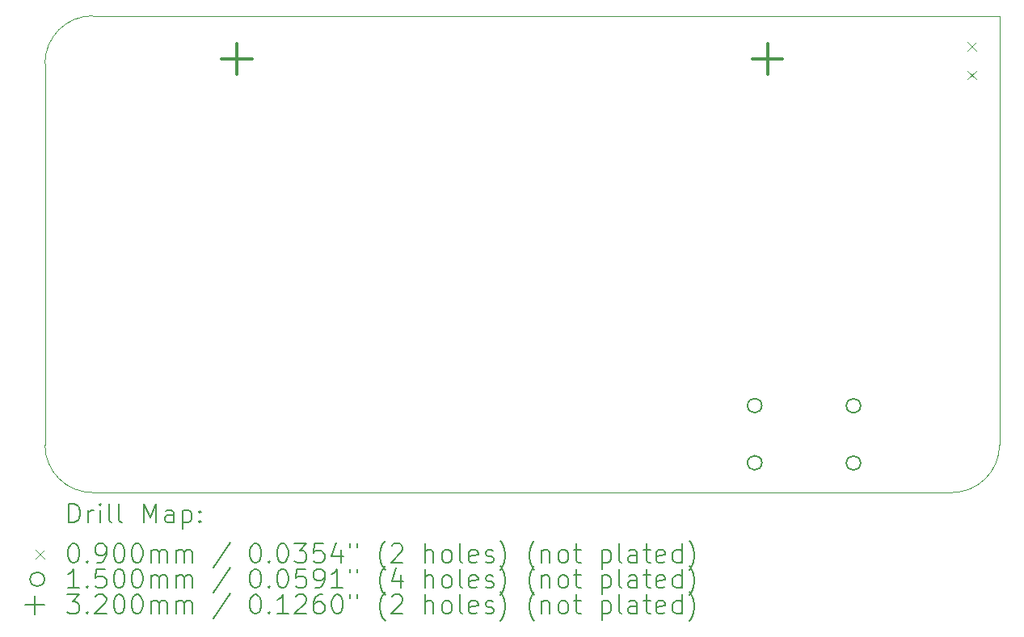
<source format=gbr>
%TF.GenerationSoftware,KiCad,Pcbnew,6.0.7+dfsg-1~bpo11+1*%
%TF.ProjectId,wiscale,77697363-616c-4652-9e6b-696361645f70,1.0*%
%TF.SameCoordinates,Original*%
%TF.FileFunction,Drillmap*%
%TF.FilePolarity,Positive*%
%FSLAX45Y45*%
G04 Gerber Fmt 4.5, Leading zero omitted, Abs format (unit mm)*
%MOMM*%
%LPD*%
G01*
G04 APERTURE LIST*
%ADD10C,0.100000*%
%ADD11C,0.200000*%
%ADD12C,0.090000*%
%ADD13C,0.150000*%
%ADD14C,0.320000*%
G04 APERTURE END LIST*
D10*
X19992000Y-6550000D02*
X19992000Y-11050000D01*
X9992000Y-11050000D02*
X9992000Y-7050000D01*
X19492000Y-11550000D02*
X10492000Y-11550000D01*
X10492000Y-6550000D02*
G75*
G03*
X9992000Y-7050000I0J-500000D01*
G01*
X10492000Y-6550000D02*
X19992000Y-6550000D01*
X19492000Y-11550000D02*
G75*
G03*
X19992000Y-11050000I0J500000D01*
G01*
X9992000Y-11050000D02*
G75*
G03*
X10492000Y-11550000I500000J0D01*
G01*
D11*
D12*
X19656500Y-6826500D02*
X19746500Y-6916500D01*
X19746500Y-6826500D02*
X19656500Y-6916500D01*
X19656500Y-7126500D02*
X19746500Y-7216500D01*
X19746500Y-7126500D02*
X19656500Y-7216500D01*
D13*
X17502661Y-10637571D02*
G75*
G03*
X17502661Y-10637571I-75000J0D01*
G01*
X17502661Y-11237571D02*
G75*
G03*
X17502661Y-11237571I-75000J0D01*
G01*
X18537250Y-10640071D02*
G75*
G03*
X18537250Y-10640071I-75000J0D01*
G01*
X18537250Y-11240071D02*
G75*
G03*
X18537250Y-11240071I-75000J0D01*
G01*
D14*
X12000000Y-6840000D02*
X12000000Y-7160000D01*
X11840000Y-7000000D02*
X12160000Y-7000000D01*
X17561000Y-6840000D02*
X17561000Y-7160000D01*
X17401000Y-7000000D02*
X17721000Y-7000000D01*
D11*
X10244619Y-11865476D02*
X10244619Y-11665476D01*
X10292238Y-11665476D01*
X10320810Y-11675000D01*
X10339857Y-11694048D01*
X10349381Y-11713095D01*
X10358905Y-11751190D01*
X10358905Y-11779762D01*
X10349381Y-11817857D01*
X10339857Y-11836905D01*
X10320810Y-11855952D01*
X10292238Y-11865476D01*
X10244619Y-11865476D01*
X10444619Y-11865476D02*
X10444619Y-11732143D01*
X10444619Y-11770238D02*
X10454143Y-11751190D01*
X10463667Y-11741667D01*
X10482714Y-11732143D01*
X10501762Y-11732143D01*
X10568429Y-11865476D02*
X10568429Y-11732143D01*
X10568429Y-11665476D02*
X10558905Y-11675000D01*
X10568429Y-11684524D01*
X10577952Y-11675000D01*
X10568429Y-11665476D01*
X10568429Y-11684524D01*
X10692238Y-11865476D02*
X10673190Y-11855952D01*
X10663667Y-11836905D01*
X10663667Y-11665476D01*
X10797000Y-11865476D02*
X10777952Y-11855952D01*
X10768429Y-11836905D01*
X10768429Y-11665476D01*
X11025571Y-11865476D02*
X11025571Y-11665476D01*
X11092238Y-11808333D01*
X11158905Y-11665476D01*
X11158905Y-11865476D01*
X11339857Y-11865476D02*
X11339857Y-11760714D01*
X11330333Y-11741667D01*
X11311286Y-11732143D01*
X11273190Y-11732143D01*
X11254143Y-11741667D01*
X11339857Y-11855952D02*
X11320809Y-11865476D01*
X11273190Y-11865476D01*
X11254143Y-11855952D01*
X11244619Y-11836905D01*
X11244619Y-11817857D01*
X11254143Y-11798809D01*
X11273190Y-11789286D01*
X11320809Y-11789286D01*
X11339857Y-11779762D01*
X11435095Y-11732143D02*
X11435095Y-11932143D01*
X11435095Y-11741667D02*
X11454143Y-11732143D01*
X11492238Y-11732143D01*
X11511286Y-11741667D01*
X11520809Y-11751190D01*
X11530333Y-11770238D01*
X11530333Y-11827381D01*
X11520809Y-11846428D01*
X11511286Y-11855952D01*
X11492238Y-11865476D01*
X11454143Y-11865476D01*
X11435095Y-11855952D01*
X11616048Y-11846428D02*
X11625571Y-11855952D01*
X11616048Y-11865476D01*
X11606524Y-11855952D01*
X11616048Y-11846428D01*
X11616048Y-11865476D01*
X11616048Y-11741667D02*
X11625571Y-11751190D01*
X11616048Y-11760714D01*
X11606524Y-11751190D01*
X11616048Y-11741667D01*
X11616048Y-11760714D01*
D12*
X9897000Y-12150000D02*
X9987000Y-12240000D01*
X9987000Y-12150000D02*
X9897000Y-12240000D01*
D11*
X10282714Y-12085476D02*
X10301762Y-12085476D01*
X10320810Y-12095000D01*
X10330333Y-12104524D01*
X10339857Y-12123571D01*
X10349381Y-12161667D01*
X10349381Y-12209286D01*
X10339857Y-12247381D01*
X10330333Y-12266428D01*
X10320810Y-12275952D01*
X10301762Y-12285476D01*
X10282714Y-12285476D01*
X10263667Y-12275952D01*
X10254143Y-12266428D01*
X10244619Y-12247381D01*
X10235095Y-12209286D01*
X10235095Y-12161667D01*
X10244619Y-12123571D01*
X10254143Y-12104524D01*
X10263667Y-12095000D01*
X10282714Y-12085476D01*
X10435095Y-12266428D02*
X10444619Y-12275952D01*
X10435095Y-12285476D01*
X10425571Y-12275952D01*
X10435095Y-12266428D01*
X10435095Y-12285476D01*
X10539857Y-12285476D02*
X10577952Y-12285476D01*
X10597000Y-12275952D01*
X10606524Y-12266428D01*
X10625571Y-12237857D01*
X10635095Y-12199762D01*
X10635095Y-12123571D01*
X10625571Y-12104524D01*
X10616048Y-12095000D01*
X10597000Y-12085476D01*
X10558905Y-12085476D01*
X10539857Y-12095000D01*
X10530333Y-12104524D01*
X10520810Y-12123571D01*
X10520810Y-12171190D01*
X10530333Y-12190238D01*
X10539857Y-12199762D01*
X10558905Y-12209286D01*
X10597000Y-12209286D01*
X10616048Y-12199762D01*
X10625571Y-12190238D01*
X10635095Y-12171190D01*
X10758905Y-12085476D02*
X10777952Y-12085476D01*
X10797000Y-12095000D01*
X10806524Y-12104524D01*
X10816048Y-12123571D01*
X10825571Y-12161667D01*
X10825571Y-12209286D01*
X10816048Y-12247381D01*
X10806524Y-12266428D01*
X10797000Y-12275952D01*
X10777952Y-12285476D01*
X10758905Y-12285476D01*
X10739857Y-12275952D01*
X10730333Y-12266428D01*
X10720810Y-12247381D01*
X10711286Y-12209286D01*
X10711286Y-12161667D01*
X10720810Y-12123571D01*
X10730333Y-12104524D01*
X10739857Y-12095000D01*
X10758905Y-12085476D01*
X10949381Y-12085476D02*
X10968429Y-12085476D01*
X10987476Y-12095000D01*
X10997000Y-12104524D01*
X11006524Y-12123571D01*
X11016048Y-12161667D01*
X11016048Y-12209286D01*
X11006524Y-12247381D01*
X10997000Y-12266428D01*
X10987476Y-12275952D01*
X10968429Y-12285476D01*
X10949381Y-12285476D01*
X10930333Y-12275952D01*
X10920810Y-12266428D01*
X10911286Y-12247381D01*
X10901762Y-12209286D01*
X10901762Y-12161667D01*
X10911286Y-12123571D01*
X10920810Y-12104524D01*
X10930333Y-12095000D01*
X10949381Y-12085476D01*
X11101762Y-12285476D02*
X11101762Y-12152143D01*
X11101762Y-12171190D02*
X11111286Y-12161667D01*
X11130333Y-12152143D01*
X11158905Y-12152143D01*
X11177952Y-12161667D01*
X11187476Y-12180714D01*
X11187476Y-12285476D01*
X11187476Y-12180714D02*
X11197000Y-12161667D01*
X11216048Y-12152143D01*
X11244619Y-12152143D01*
X11263667Y-12161667D01*
X11273190Y-12180714D01*
X11273190Y-12285476D01*
X11368428Y-12285476D02*
X11368428Y-12152143D01*
X11368428Y-12171190D02*
X11377952Y-12161667D01*
X11397000Y-12152143D01*
X11425571Y-12152143D01*
X11444619Y-12161667D01*
X11454143Y-12180714D01*
X11454143Y-12285476D01*
X11454143Y-12180714D02*
X11463667Y-12161667D01*
X11482714Y-12152143D01*
X11511286Y-12152143D01*
X11530333Y-12161667D01*
X11539857Y-12180714D01*
X11539857Y-12285476D01*
X11930333Y-12075952D02*
X11758905Y-12333095D01*
X12187476Y-12085476D02*
X12206524Y-12085476D01*
X12225571Y-12095000D01*
X12235095Y-12104524D01*
X12244619Y-12123571D01*
X12254143Y-12161667D01*
X12254143Y-12209286D01*
X12244619Y-12247381D01*
X12235095Y-12266428D01*
X12225571Y-12275952D01*
X12206524Y-12285476D01*
X12187476Y-12285476D01*
X12168428Y-12275952D01*
X12158905Y-12266428D01*
X12149381Y-12247381D01*
X12139857Y-12209286D01*
X12139857Y-12161667D01*
X12149381Y-12123571D01*
X12158905Y-12104524D01*
X12168428Y-12095000D01*
X12187476Y-12085476D01*
X12339857Y-12266428D02*
X12349381Y-12275952D01*
X12339857Y-12285476D01*
X12330333Y-12275952D01*
X12339857Y-12266428D01*
X12339857Y-12285476D01*
X12473190Y-12085476D02*
X12492238Y-12085476D01*
X12511286Y-12095000D01*
X12520809Y-12104524D01*
X12530333Y-12123571D01*
X12539857Y-12161667D01*
X12539857Y-12209286D01*
X12530333Y-12247381D01*
X12520809Y-12266428D01*
X12511286Y-12275952D01*
X12492238Y-12285476D01*
X12473190Y-12285476D01*
X12454143Y-12275952D01*
X12444619Y-12266428D01*
X12435095Y-12247381D01*
X12425571Y-12209286D01*
X12425571Y-12161667D01*
X12435095Y-12123571D01*
X12444619Y-12104524D01*
X12454143Y-12095000D01*
X12473190Y-12085476D01*
X12606524Y-12085476D02*
X12730333Y-12085476D01*
X12663667Y-12161667D01*
X12692238Y-12161667D01*
X12711286Y-12171190D01*
X12720809Y-12180714D01*
X12730333Y-12199762D01*
X12730333Y-12247381D01*
X12720809Y-12266428D01*
X12711286Y-12275952D01*
X12692238Y-12285476D01*
X12635095Y-12285476D01*
X12616048Y-12275952D01*
X12606524Y-12266428D01*
X12911286Y-12085476D02*
X12816048Y-12085476D01*
X12806524Y-12180714D01*
X12816048Y-12171190D01*
X12835095Y-12161667D01*
X12882714Y-12161667D01*
X12901762Y-12171190D01*
X12911286Y-12180714D01*
X12920809Y-12199762D01*
X12920809Y-12247381D01*
X12911286Y-12266428D01*
X12901762Y-12275952D01*
X12882714Y-12285476D01*
X12835095Y-12285476D01*
X12816048Y-12275952D01*
X12806524Y-12266428D01*
X13092238Y-12152143D02*
X13092238Y-12285476D01*
X13044619Y-12075952D02*
X12997000Y-12218809D01*
X13120809Y-12218809D01*
X13187476Y-12085476D02*
X13187476Y-12123571D01*
X13263667Y-12085476D02*
X13263667Y-12123571D01*
X13558905Y-12361667D02*
X13549381Y-12352143D01*
X13530333Y-12323571D01*
X13520809Y-12304524D01*
X13511286Y-12275952D01*
X13501762Y-12228333D01*
X13501762Y-12190238D01*
X13511286Y-12142619D01*
X13520809Y-12114048D01*
X13530333Y-12095000D01*
X13549381Y-12066428D01*
X13558905Y-12056905D01*
X13625571Y-12104524D02*
X13635095Y-12095000D01*
X13654143Y-12085476D01*
X13701762Y-12085476D01*
X13720809Y-12095000D01*
X13730333Y-12104524D01*
X13739857Y-12123571D01*
X13739857Y-12142619D01*
X13730333Y-12171190D01*
X13616048Y-12285476D01*
X13739857Y-12285476D01*
X13977952Y-12285476D02*
X13977952Y-12085476D01*
X14063667Y-12285476D02*
X14063667Y-12180714D01*
X14054143Y-12161667D01*
X14035095Y-12152143D01*
X14006524Y-12152143D01*
X13987476Y-12161667D01*
X13977952Y-12171190D01*
X14187476Y-12285476D02*
X14168428Y-12275952D01*
X14158905Y-12266428D01*
X14149381Y-12247381D01*
X14149381Y-12190238D01*
X14158905Y-12171190D01*
X14168428Y-12161667D01*
X14187476Y-12152143D01*
X14216048Y-12152143D01*
X14235095Y-12161667D01*
X14244619Y-12171190D01*
X14254143Y-12190238D01*
X14254143Y-12247381D01*
X14244619Y-12266428D01*
X14235095Y-12275952D01*
X14216048Y-12285476D01*
X14187476Y-12285476D01*
X14368428Y-12285476D02*
X14349381Y-12275952D01*
X14339857Y-12256905D01*
X14339857Y-12085476D01*
X14520809Y-12275952D02*
X14501762Y-12285476D01*
X14463667Y-12285476D01*
X14444619Y-12275952D01*
X14435095Y-12256905D01*
X14435095Y-12180714D01*
X14444619Y-12161667D01*
X14463667Y-12152143D01*
X14501762Y-12152143D01*
X14520809Y-12161667D01*
X14530333Y-12180714D01*
X14530333Y-12199762D01*
X14435095Y-12218809D01*
X14606524Y-12275952D02*
X14625571Y-12285476D01*
X14663667Y-12285476D01*
X14682714Y-12275952D01*
X14692238Y-12256905D01*
X14692238Y-12247381D01*
X14682714Y-12228333D01*
X14663667Y-12218809D01*
X14635095Y-12218809D01*
X14616048Y-12209286D01*
X14606524Y-12190238D01*
X14606524Y-12180714D01*
X14616048Y-12161667D01*
X14635095Y-12152143D01*
X14663667Y-12152143D01*
X14682714Y-12161667D01*
X14758905Y-12361667D02*
X14768428Y-12352143D01*
X14787476Y-12323571D01*
X14797000Y-12304524D01*
X14806524Y-12275952D01*
X14816048Y-12228333D01*
X14816048Y-12190238D01*
X14806524Y-12142619D01*
X14797000Y-12114048D01*
X14787476Y-12095000D01*
X14768428Y-12066428D01*
X14758905Y-12056905D01*
X15120809Y-12361667D02*
X15111286Y-12352143D01*
X15092238Y-12323571D01*
X15082714Y-12304524D01*
X15073190Y-12275952D01*
X15063667Y-12228333D01*
X15063667Y-12190238D01*
X15073190Y-12142619D01*
X15082714Y-12114048D01*
X15092238Y-12095000D01*
X15111286Y-12066428D01*
X15120809Y-12056905D01*
X15197000Y-12152143D02*
X15197000Y-12285476D01*
X15197000Y-12171190D02*
X15206524Y-12161667D01*
X15225571Y-12152143D01*
X15254143Y-12152143D01*
X15273190Y-12161667D01*
X15282714Y-12180714D01*
X15282714Y-12285476D01*
X15406524Y-12285476D02*
X15387476Y-12275952D01*
X15377952Y-12266428D01*
X15368428Y-12247381D01*
X15368428Y-12190238D01*
X15377952Y-12171190D01*
X15387476Y-12161667D01*
X15406524Y-12152143D01*
X15435095Y-12152143D01*
X15454143Y-12161667D01*
X15463667Y-12171190D01*
X15473190Y-12190238D01*
X15473190Y-12247381D01*
X15463667Y-12266428D01*
X15454143Y-12275952D01*
X15435095Y-12285476D01*
X15406524Y-12285476D01*
X15530333Y-12152143D02*
X15606524Y-12152143D01*
X15558905Y-12085476D02*
X15558905Y-12256905D01*
X15568428Y-12275952D01*
X15587476Y-12285476D01*
X15606524Y-12285476D01*
X15825571Y-12152143D02*
X15825571Y-12352143D01*
X15825571Y-12161667D02*
X15844619Y-12152143D01*
X15882714Y-12152143D01*
X15901762Y-12161667D01*
X15911286Y-12171190D01*
X15920809Y-12190238D01*
X15920809Y-12247381D01*
X15911286Y-12266428D01*
X15901762Y-12275952D01*
X15882714Y-12285476D01*
X15844619Y-12285476D01*
X15825571Y-12275952D01*
X16035095Y-12285476D02*
X16016048Y-12275952D01*
X16006524Y-12256905D01*
X16006524Y-12085476D01*
X16197000Y-12285476D02*
X16197000Y-12180714D01*
X16187476Y-12161667D01*
X16168428Y-12152143D01*
X16130333Y-12152143D01*
X16111286Y-12161667D01*
X16197000Y-12275952D02*
X16177952Y-12285476D01*
X16130333Y-12285476D01*
X16111286Y-12275952D01*
X16101762Y-12256905D01*
X16101762Y-12237857D01*
X16111286Y-12218809D01*
X16130333Y-12209286D01*
X16177952Y-12209286D01*
X16197000Y-12199762D01*
X16263667Y-12152143D02*
X16339857Y-12152143D01*
X16292238Y-12085476D02*
X16292238Y-12256905D01*
X16301762Y-12275952D01*
X16320809Y-12285476D01*
X16339857Y-12285476D01*
X16482714Y-12275952D02*
X16463667Y-12285476D01*
X16425571Y-12285476D01*
X16406524Y-12275952D01*
X16397000Y-12256905D01*
X16397000Y-12180714D01*
X16406524Y-12161667D01*
X16425571Y-12152143D01*
X16463667Y-12152143D01*
X16482714Y-12161667D01*
X16492238Y-12180714D01*
X16492238Y-12199762D01*
X16397000Y-12218809D01*
X16663667Y-12285476D02*
X16663667Y-12085476D01*
X16663667Y-12275952D02*
X16644619Y-12285476D01*
X16606524Y-12285476D01*
X16587476Y-12275952D01*
X16577952Y-12266428D01*
X16568428Y-12247381D01*
X16568428Y-12190238D01*
X16577952Y-12171190D01*
X16587476Y-12161667D01*
X16606524Y-12152143D01*
X16644619Y-12152143D01*
X16663667Y-12161667D01*
X16739857Y-12361667D02*
X16749381Y-12352143D01*
X16768428Y-12323571D01*
X16777952Y-12304524D01*
X16787476Y-12275952D01*
X16797000Y-12228333D01*
X16797000Y-12190238D01*
X16787476Y-12142619D01*
X16777952Y-12114048D01*
X16768428Y-12095000D01*
X16749381Y-12066428D01*
X16739857Y-12056905D01*
D13*
X9987000Y-12459000D02*
G75*
G03*
X9987000Y-12459000I-75000J0D01*
G01*
D11*
X10349381Y-12549476D02*
X10235095Y-12549476D01*
X10292238Y-12549476D02*
X10292238Y-12349476D01*
X10273190Y-12378048D01*
X10254143Y-12397095D01*
X10235095Y-12406619D01*
X10435095Y-12530428D02*
X10444619Y-12539952D01*
X10435095Y-12549476D01*
X10425571Y-12539952D01*
X10435095Y-12530428D01*
X10435095Y-12549476D01*
X10625571Y-12349476D02*
X10530333Y-12349476D01*
X10520810Y-12444714D01*
X10530333Y-12435190D01*
X10549381Y-12425667D01*
X10597000Y-12425667D01*
X10616048Y-12435190D01*
X10625571Y-12444714D01*
X10635095Y-12463762D01*
X10635095Y-12511381D01*
X10625571Y-12530428D01*
X10616048Y-12539952D01*
X10597000Y-12549476D01*
X10549381Y-12549476D01*
X10530333Y-12539952D01*
X10520810Y-12530428D01*
X10758905Y-12349476D02*
X10777952Y-12349476D01*
X10797000Y-12359000D01*
X10806524Y-12368524D01*
X10816048Y-12387571D01*
X10825571Y-12425667D01*
X10825571Y-12473286D01*
X10816048Y-12511381D01*
X10806524Y-12530428D01*
X10797000Y-12539952D01*
X10777952Y-12549476D01*
X10758905Y-12549476D01*
X10739857Y-12539952D01*
X10730333Y-12530428D01*
X10720810Y-12511381D01*
X10711286Y-12473286D01*
X10711286Y-12425667D01*
X10720810Y-12387571D01*
X10730333Y-12368524D01*
X10739857Y-12359000D01*
X10758905Y-12349476D01*
X10949381Y-12349476D02*
X10968429Y-12349476D01*
X10987476Y-12359000D01*
X10997000Y-12368524D01*
X11006524Y-12387571D01*
X11016048Y-12425667D01*
X11016048Y-12473286D01*
X11006524Y-12511381D01*
X10997000Y-12530428D01*
X10987476Y-12539952D01*
X10968429Y-12549476D01*
X10949381Y-12549476D01*
X10930333Y-12539952D01*
X10920810Y-12530428D01*
X10911286Y-12511381D01*
X10901762Y-12473286D01*
X10901762Y-12425667D01*
X10911286Y-12387571D01*
X10920810Y-12368524D01*
X10930333Y-12359000D01*
X10949381Y-12349476D01*
X11101762Y-12549476D02*
X11101762Y-12416143D01*
X11101762Y-12435190D02*
X11111286Y-12425667D01*
X11130333Y-12416143D01*
X11158905Y-12416143D01*
X11177952Y-12425667D01*
X11187476Y-12444714D01*
X11187476Y-12549476D01*
X11187476Y-12444714D02*
X11197000Y-12425667D01*
X11216048Y-12416143D01*
X11244619Y-12416143D01*
X11263667Y-12425667D01*
X11273190Y-12444714D01*
X11273190Y-12549476D01*
X11368428Y-12549476D02*
X11368428Y-12416143D01*
X11368428Y-12435190D02*
X11377952Y-12425667D01*
X11397000Y-12416143D01*
X11425571Y-12416143D01*
X11444619Y-12425667D01*
X11454143Y-12444714D01*
X11454143Y-12549476D01*
X11454143Y-12444714D02*
X11463667Y-12425667D01*
X11482714Y-12416143D01*
X11511286Y-12416143D01*
X11530333Y-12425667D01*
X11539857Y-12444714D01*
X11539857Y-12549476D01*
X11930333Y-12339952D02*
X11758905Y-12597095D01*
X12187476Y-12349476D02*
X12206524Y-12349476D01*
X12225571Y-12359000D01*
X12235095Y-12368524D01*
X12244619Y-12387571D01*
X12254143Y-12425667D01*
X12254143Y-12473286D01*
X12244619Y-12511381D01*
X12235095Y-12530428D01*
X12225571Y-12539952D01*
X12206524Y-12549476D01*
X12187476Y-12549476D01*
X12168428Y-12539952D01*
X12158905Y-12530428D01*
X12149381Y-12511381D01*
X12139857Y-12473286D01*
X12139857Y-12425667D01*
X12149381Y-12387571D01*
X12158905Y-12368524D01*
X12168428Y-12359000D01*
X12187476Y-12349476D01*
X12339857Y-12530428D02*
X12349381Y-12539952D01*
X12339857Y-12549476D01*
X12330333Y-12539952D01*
X12339857Y-12530428D01*
X12339857Y-12549476D01*
X12473190Y-12349476D02*
X12492238Y-12349476D01*
X12511286Y-12359000D01*
X12520809Y-12368524D01*
X12530333Y-12387571D01*
X12539857Y-12425667D01*
X12539857Y-12473286D01*
X12530333Y-12511381D01*
X12520809Y-12530428D01*
X12511286Y-12539952D01*
X12492238Y-12549476D01*
X12473190Y-12549476D01*
X12454143Y-12539952D01*
X12444619Y-12530428D01*
X12435095Y-12511381D01*
X12425571Y-12473286D01*
X12425571Y-12425667D01*
X12435095Y-12387571D01*
X12444619Y-12368524D01*
X12454143Y-12359000D01*
X12473190Y-12349476D01*
X12720809Y-12349476D02*
X12625571Y-12349476D01*
X12616048Y-12444714D01*
X12625571Y-12435190D01*
X12644619Y-12425667D01*
X12692238Y-12425667D01*
X12711286Y-12435190D01*
X12720809Y-12444714D01*
X12730333Y-12463762D01*
X12730333Y-12511381D01*
X12720809Y-12530428D01*
X12711286Y-12539952D01*
X12692238Y-12549476D01*
X12644619Y-12549476D01*
X12625571Y-12539952D01*
X12616048Y-12530428D01*
X12825571Y-12549476D02*
X12863667Y-12549476D01*
X12882714Y-12539952D01*
X12892238Y-12530428D01*
X12911286Y-12501857D01*
X12920809Y-12463762D01*
X12920809Y-12387571D01*
X12911286Y-12368524D01*
X12901762Y-12359000D01*
X12882714Y-12349476D01*
X12844619Y-12349476D01*
X12825571Y-12359000D01*
X12816048Y-12368524D01*
X12806524Y-12387571D01*
X12806524Y-12435190D01*
X12816048Y-12454238D01*
X12825571Y-12463762D01*
X12844619Y-12473286D01*
X12882714Y-12473286D01*
X12901762Y-12463762D01*
X12911286Y-12454238D01*
X12920809Y-12435190D01*
X13111286Y-12549476D02*
X12997000Y-12549476D01*
X13054143Y-12549476D02*
X13054143Y-12349476D01*
X13035095Y-12378048D01*
X13016048Y-12397095D01*
X12997000Y-12406619D01*
X13187476Y-12349476D02*
X13187476Y-12387571D01*
X13263667Y-12349476D02*
X13263667Y-12387571D01*
X13558905Y-12625667D02*
X13549381Y-12616143D01*
X13530333Y-12587571D01*
X13520809Y-12568524D01*
X13511286Y-12539952D01*
X13501762Y-12492333D01*
X13501762Y-12454238D01*
X13511286Y-12406619D01*
X13520809Y-12378048D01*
X13530333Y-12359000D01*
X13549381Y-12330428D01*
X13558905Y-12320905D01*
X13720809Y-12416143D02*
X13720809Y-12549476D01*
X13673190Y-12339952D02*
X13625571Y-12482809D01*
X13749381Y-12482809D01*
X13977952Y-12549476D02*
X13977952Y-12349476D01*
X14063667Y-12549476D02*
X14063667Y-12444714D01*
X14054143Y-12425667D01*
X14035095Y-12416143D01*
X14006524Y-12416143D01*
X13987476Y-12425667D01*
X13977952Y-12435190D01*
X14187476Y-12549476D02*
X14168428Y-12539952D01*
X14158905Y-12530428D01*
X14149381Y-12511381D01*
X14149381Y-12454238D01*
X14158905Y-12435190D01*
X14168428Y-12425667D01*
X14187476Y-12416143D01*
X14216048Y-12416143D01*
X14235095Y-12425667D01*
X14244619Y-12435190D01*
X14254143Y-12454238D01*
X14254143Y-12511381D01*
X14244619Y-12530428D01*
X14235095Y-12539952D01*
X14216048Y-12549476D01*
X14187476Y-12549476D01*
X14368428Y-12549476D02*
X14349381Y-12539952D01*
X14339857Y-12520905D01*
X14339857Y-12349476D01*
X14520809Y-12539952D02*
X14501762Y-12549476D01*
X14463667Y-12549476D01*
X14444619Y-12539952D01*
X14435095Y-12520905D01*
X14435095Y-12444714D01*
X14444619Y-12425667D01*
X14463667Y-12416143D01*
X14501762Y-12416143D01*
X14520809Y-12425667D01*
X14530333Y-12444714D01*
X14530333Y-12463762D01*
X14435095Y-12482809D01*
X14606524Y-12539952D02*
X14625571Y-12549476D01*
X14663667Y-12549476D01*
X14682714Y-12539952D01*
X14692238Y-12520905D01*
X14692238Y-12511381D01*
X14682714Y-12492333D01*
X14663667Y-12482809D01*
X14635095Y-12482809D01*
X14616048Y-12473286D01*
X14606524Y-12454238D01*
X14606524Y-12444714D01*
X14616048Y-12425667D01*
X14635095Y-12416143D01*
X14663667Y-12416143D01*
X14682714Y-12425667D01*
X14758905Y-12625667D02*
X14768428Y-12616143D01*
X14787476Y-12587571D01*
X14797000Y-12568524D01*
X14806524Y-12539952D01*
X14816048Y-12492333D01*
X14816048Y-12454238D01*
X14806524Y-12406619D01*
X14797000Y-12378048D01*
X14787476Y-12359000D01*
X14768428Y-12330428D01*
X14758905Y-12320905D01*
X15120809Y-12625667D02*
X15111286Y-12616143D01*
X15092238Y-12587571D01*
X15082714Y-12568524D01*
X15073190Y-12539952D01*
X15063667Y-12492333D01*
X15063667Y-12454238D01*
X15073190Y-12406619D01*
X15082714Y-12378048D01*
X15092238Y-12359000D01*
X15111286Y-12330428D01*
X15120809Y-12320905D01*
X15197000Y-12416143D02*
X15197000Y-12549476D01*
X15197000Y-12435190D02*
X15206524Y-12425667D01*
X15225571Y-12416143D01*
X15254143Y-12416143D01*
X15273190Y-12425667D01*
X15282714Y-12444714D01*
X15282714Y-12549476D01*
X15406524Y-12549476D02*
X15387476Y-12539952D01*
X15377952Y-12530428D01*
X15368428Y-12511381D01*
X15368428Y-12454238D01*
X15377952Y-12435190D01*
X15387476Y-12425667D01*
X15406524Y-12416143D01*
X15435095Y-12416143D01*
X15454143Y-12425667D01*
X15463667Y-12435190D01*
X15473190Y-12454238D01*
X15473190Y-12511381D01*
X15463667Y-12530428D01*
X15454143Y-12539952D01*
X15435095Y-12549476D01*
X15406524Y-12549476D01*
X15530333Y-12416143D02*
X15606524Y-12416143D01*
X15558905Y-12349476D02*
X15558905Y-12520905D01*
X15568428Y-12539952D01*
X15587476Y-12549476D01*
X15606524Y-12549476D01*
X15825571Y-12416143D02*
X15825571Y-12616143D01*
X15825571Y-12425667D02*
X15844619Y-12416143D01*
X15882714Y-12416143D01*
X15901762Y-12425667D01*
X15911286Y-12435190D01*
X15920809Y-12454238D01*
X15920809Y-12511381D01*
X15911286Y-12530428D01*
X15901762Y-12539952D01*
X15882714Y-12549476D01*
X15844619Y-12549476D01*
X15825571Y-12539952D01*
X16035095Y-12549476D02*
X16016048Y-12539952D01*
X16006524Y-12520905D01*
X16006524Y-12349476D01*
X16197000Y-12549476D02*
X16197000Y-12444714D01*
X16187476Y-12425667D01*
X16168428Y-12416143D01*
X16130333Y-12416143D01*
X16111286Y-12425667D01*
X16197000Y-12539952D02*
X16177952Y-12549476D01*
X16130333Y-12549476D01*
X16111286Y-12539952D01*
X16101762Y-12520905D01*
X16101762Y-12501857D01*
X16111286Y-12482809D01*
X16130333Y-12473286D01*
X16177952Y-12473286D01*
X16197000Y-12463762D01*
X16263667Y-12416143D02*
X16339857Y-12416143D01*
X16292238Y-12349476D02*
X16292238Y-12520905D01*
X16301762Y-12539952D01*
X16320809Y-12549476D01*
X16339857Y-12549476D01*
X16482714Y-12539952D02*
X16463667Y-12549476D01*
X16425571Y-12549476D01*
X16406524Y-12539952D01*
X16397000Y-12520905D01*
X16397000Y-12444714D01*
X16406524Y-12425667D01*
X16425571Y-12416143D01*
X16463667Y-12416143D01*
X16482714Y-12425667D01*
X16492238Y-12444714D01*
X16492238Y-12463762D01*
X16397000Y-12482809D01*
X16663667Y-12549476D02*
X16663667Y-12349476D01*
X16663667Y-12539952D02*
X16644619Y-12549476D01*
X16606524Y-12549476D01*
X16587476Y-12539952D01*
X16577952Y-12530428D01*
X16568428Y-12511381D01*
X16568428Y-12454238D01*
X16577952Y-12435190D01*
X16587476Y-12425667D01*
X16606524Y-12416143D01*
X16644619Y-12416143D01*
X16663667Y-12425667D01*
X16739857Y-12625667D02*
X16749381Y-12616143D01*
X16768428Y-12587571D01*
X16777952Y-12568524D01*
X16787476Y-12539952D01*
X16797000Y-12492333D01*
X16797000Y-12454238D01*
X16787476Y-12406619D01*
X16777952Y-12378048D01*
X16768428Y-12359000D01*
X16749381Y-12330428D01*
X16739857Y-12320905D01*
X9887000Y-12629000D02*
X9887000Y-12829000D01*
X9787000Y-12729000D02*
X9987000Y-12729000D01*
X10225571Y-12619476D02*
X10349381Y-12619476D01*
X10282714Y-12695667D01*
X10311286Y-12695667D01*
X10330333Y-12705190D01*
X10339857Y-12714714D01*
X10349381Y-12733762D01*
X10349381Y-12781381D01*
X10339857Y-12800428D01*
X10330333Y-12809952D01*
X10311286Y-12819476D01*
X10254143Y-12819476D01*
X10235095Y-12809952D01*
X10225571Y-12800428D01*
X10435095Y-12800428D02*
X10444619Y-12809952D01*
X10435095Y-12819476D01*
X10425571Y-12809952D01*
X10435095Y-12800428D01*
X10435095Y-12819476D01*
X10520810Y-12638524D02*
X10530333Y-12629000D01*
X10549381Y-12619476D01*
X10597000Y-12619476D01*
X10616048Y-12629000D01*
X10625571Y-12638524D01*
X10635095Y-12657571D01*
X10635095Y-12676619D01*
X10625571Y-12705190D01*
X10511286Y-12819476D01*
X10635095Y-12819476D01*
X10758905Y-12619476D02*
X10777952Y-12619476D01*
X10797000Y-12629000D01*
X10806524Y-12638524D01*
X10816048Y-12657571D01*
X10825571Y-12695667D01*
X10825571Y-12743286D01*
X10816048Y-12781381D01*
X10806524Y-12800428D01*
X10797000Y-12809952D01*
X10777952Y-12819476D01*
X10758905Y-12819476D01*
X10739857Y-12809952D01*
X10730333Y-12800428D01*
X10720810Y-12781381D01*
X10711286Y-12743286D01*
X10711286Y-12695667D01*
X10720810Y-12657571D01*
X10730333Y-12638524D01*
X10739857Y-12629000D01*
X10758905Y-12619476D01*
X10949381Y-12619476D02*
X10968429Y-12619476D01*
X10987476Y-12629000D01*
X10997000Y-12638524D01*
X11006524Y-12657571D01*
X11016048Y-12695667D01*
X11016048Y-12743286D01*
X11006524Y-12781381D01*
X10997000Y-12800428D01*
X10987476Y-12809952D01*
X10968429Y-12819476D01*
X10949381Y-12819476D01*
X10930333Y-12809952D01*
X10920810Y-12800428D01*
X10911286Y-12781381D01*
X10901762Y-12743286D01*
X10901762Y-12695667D01*
X10911286Y-12657571D01*
X10920810Y-12638524D01*
X10930333Y-12629000D01*
X10949381Y-12619476D01*
X11101762Y-12819476D02*
X11101762Y-12686143D01*
X11101762Y-12705190D02*
X11111286Y-12695667D01*
X11130333Y-12686143D01*
X11158905Y-12686143D01*
X11177952Y-12695667D01*
X11187476Y-12714714D01*
X11187476Y-12819476D01*
X11187476Y-12714714D02*
X11197000Y-12695667D01*
X11216048Y-12686143D01*
X11244619Y-12686143D01*
X11263667Y-12695667D01*
X11273190Y-12714714D01*
X11273190Y-12819476D01*
X11368428Y-12819476D02*
X11368428Y-12686143D01*
X11368428Y-12705190D02*
X11377952Y-12695667D01*
X11397000Y-12686143D01*
X11425571Y-12686143D01*
X11444619Y-12695667D01*
X11454143Y-12714714D01*
X11454143Y-12819476D01*
X11454143Y-12714714D02*
X11463667Y-12695667D01*
X11482714Y-12686143D01*
X11511286Y-12686143D01*
X11530333Y-12695667D01*
X11539857Y-12714714D01*
X11539857Y-12819476D01*
X11930333Y-12609952D02*
X11758905Y-12867095D01*
X12187476Y-12619476D02*
X12206524Y-12619476D01*
X12225571Y-12629000D01*
X12235095Y-12638524D01*
X12244619Y-12657571D01*
X12254143Y-12695667D01*
X12254143Y-12743286D01*
X12244619Y-12781381D01*
X12235095Y-12800428D01*
X12225571Y-12809952D01*
X12206524Y-12819476D01*
X12187476Y-12819476D01*
X12168428Y-12809952D01*
X12158905Y-12800428D01*
X12149381Y-12781381D01*
X12139857Y-12743286D01*
X12139857Y-12695667D01*
X12149381Y-12657571D01*
X12158905Y-12638524D01*
X12168428Y-12629000D01*
X12187476Y-12619476D01*
X12339857Y-12800428D02*
X12349381Y-12809952D01*
X12339857Y-12819476D01*
X12330333Y-12809952D01*
X12339857Y-12800428D01*
X12339857Y-12819476D01*
X12539857Y-12819476D02*
X12425571Y-12819476D01*
X12482714Y-12819476D02*
X12482714Y-12619476D01*
X12463667Y-12648048D01*
X12444619Y-12667095D01*
X12425571Y-12676619D01*
X12616048Y-12638524D02*
X12625571Y-12629000D01*
X12644619Y-12619476D01*
X12692238Y-12619476D01*
X12711286Y-12629000D01*
X12720809Y-12638524D01*
X12730333Y-12657571D01*
X12730333Y-12676619D01*
X12720809Y-12705190D01*
X12606524Y-12819476D01*
X12730333Y-12819476D01*
X12901762Y-12619476D02*
X12863667Y-12619476D01*
X12844619Y-12629000D01*
X12835095Y-12638524D01*
X12816048Y-12667095D01*
X12806524Y-12705190D01*
X12806524Y-12781381D01*
X12816048Y-12800428D01*
X12825571Y-12809952D01*
X12844619Y-12819476D01*
X12882714Y-12819476D01*
X12901762Y-12809952D01*
X12911286Y-12800428D01*
X12920809Y-12781381D01*
X12920809Y-12733762D01*
X12911286Y-12714714D01*
X12901762Y-12705190D01*
X12882714Y-12695667D01*
X12844619Y-12695667D01*
X12825571Y-12705190D01*
X12816048Y-12714714D01*
X12806524Y-12733762D01*
X13044619Y-12619476D02*
X13063667Y-12619476D01*
X13082714Y-12629000D01*
X13092238Y-12638524D01*
X13101762Y-12657571D01*
X13111286Y-12695667D01*
X13111286Y-12743286D01*
X13101762Y-12781381D01*
X13092238Y-12800428D01*
X13082714Y-12809952D01*
X13063667Y-12819476D01*
X13044619Y-12819476D01*
X13025571Y-12809952D01*
X13016048Y-12800428D01*
X13006524Y-12781381D01*
X12997000Y-12743286D01*
X12997000Y-12695667D01*
X13006524Y-12657571D01*
X13016048Y-12638524D01*
X13025571Y-12629000D01*
X13044619Y-12619476D01*
X13187476Y-12619476D02*
X13187476Y-12657571D01*
X13263667Y-12619476D02*
X13263667Y-12657571D01*
X13558905Y-12895667D02*
X13549381Y-12886143D01*
X13530333Y-12857571D01*
X13520809Y-12838524D01*
X13511286Y-12809952D01*
X13501762Y-12762333D01*
X13501762Y-12724238D01*
X13511286Y-12676619D01*
X13520809Y-12648048D01*
X13530333Y-12629000D01*
X13549381Y-12600428D01*
X13558905Y-12590905D01*
X13625571Y-12638524D02*
X13635095Y-12629000D01*
X13654143Y-12619476D01*
X13701762Y-12619476D01*
X13720809Y-12629000D01*
X13730333Y-12638524D01*
X13739857Y-12657571D01*
X13739857Y-12676619D01*
X13730333Y-12705190D01*
X13616048Y-12819476D01*
X13739857Y-12819476D01*
X13977952Y-12819476D02*
X13977952Y-12619476D01*
X14063667Y-12819476D02*
X14063667Y-12714714D01*
X14054143Y-12695667D01*
X14035095Y-12686143D01*
X14006524Y-12686143D01*
X13987476Y-12695667D01*
X13977952Y-12705190D01*
X14187476Y-12819476D02*
X14168428Y-12809952D01*
X14158905Y-12800428D01*
X14149381Y-12781381D01*
X14149381Y-12724238D01*
X14158905Y-12705190D01*
X14168428Y-12695667D01*
X14187476Y-12686143D01*
X14216048Y-12686143D01*
X14235095Y-12695667D01*
X14244619Y-12705190D01*
X14254143Y-12724238D01*
X14254143Y-12781381D01*
X14244619Y-12800428D01*
X14235095Y-12809952D01*
X14216048Y-12819476D01*
X14187476Y-12819476D01*
X14368428Y-12819476D02*
X14349381Y-12809952D01*
X14339857Y-12790905D01*
X14339857Y-12619476D01*
X14520809Y-12809952D02*
X14501762Y-12819476D01*
X14463667Y-12819476D01*
X14444619Y-12809952D01*
X14435095Y-12790905D01*
X14435095Y-12714714D01*
X14444619Y-12695667D01*
X14463667Y-12686143D01*
X14501762Y-12686143D01*
X14520809Y-12695667D01*
X14530333Y-12714714D01*
X14530333Y-12733762D01*
X14435095Y-12752809D01*
X14606524Y-12809952D02*
X14625571Y-12819476D01*
X14663667Y-12819476D01*
X14682714Y-12809952D01*
X14692238Y-12790905D01*
X14692238Y-12781381D01*
X14682714Y-12762333D01*
X14663667Y-12752809D01*
X14635095Y-12752809D01*
X14616048Y-12743286D01*
X14606524Y-12724238D01*
X14606524Y-12714714D01*
X14616048Y-12695667D01*
X14635095Y-12686143D01*
X14663667Y-12686143D01*
X14682714Y-12695667D01*
X14758905Y-12895667D02*
X14768428Y-12886143D01*
X14787476Y-12857571D01*
X14797000Y-12838524D01*
X14806524Y-12809952D01*
X14816048Y-12762333D01*
X14816048Y-12724238D01*
X14806524Y-12676619D01*
X14797000Y-12648048D01*
X14787476Y-12629000D01*
X14768428Y-12600428D01*
X14758905Y-12590905D01*
X15120809Y-12895667D02*
X15111286Y-12886143D01*
X15092238Y-12857571D01*
X15082714Y-12838524D01*
X15073190Y-12809952D01*
X15063667Y-12762333D01*
X15063667Y-12724238D01*
X15073190Y-12676619D01*
X15082714Y-12648048D01*
X15092238Y-12629000D01*
X15111286Y-12600428D01*
X15120809Y-12590905D01*
X15197000Y-12686143D02*
X15197000Y-12819476D01*
X15197000Y-12705190D02*
X15206524Y-12695667D01*
X15225571Y-12686143D01*
X15254143Y-12686143D01*
X15273190Y-12695667D01*
X15282714Y-12714714D01*
X15282714Y-12819476D01*
X15406524Y-12819476D02*
X15387476Y-12809952D01*
X15377952Y-12800428D01*
X15368428Y-12781381D01*
X15368428Y-12724238D01*
X15377952Y-12705190D01*
X15387476Y-12695667D01*
X15406524Y-12686143D01*
X15435095Y-12686143D01*
X15454143Y-12695667D01*
X15463667Y-12705190D01*
X15473190Y-12724238D01*
X15473190Y-12781381D01*
X15463667Y-12800428D01*
X15454143Y-12809952D01*
X15435095Y-12819476D01*
X15406524Y-12819476D01*
X15530333Y-12686143D02*
X15606524Y-12686143D01*
X15558905Y-12619476D02*
X15558905Y-12790905D01*
X15568428Y-12809952D01*
X15587476Y-12819476D01*
X15606524Y-12819476D01*
X15825571Y-12686143D02*
X15825571Y-12886143D01*
X15825571Y-12695667D02*
X15844619Y-12686143D01*
X15882714Y-12686143D01*
X15901762Y-12695667D01*
X15911286Y-12705190D01*
X15920809Y-12724238D01*
X15920809Y-12781381D01*
X15911286Y-12800428D01*
X15901762Y-12809952D01*
X15882714Y-12819476D01*
X15844619Y-12819476D01*
X15825571Y-12809952D01*
X16035095Y-12819476D02*
X16016048Y-12809952D01*
X16006524Y-12790905D01*
X16006524Y-12619476D01*
X16197000Y-12819476D02*
X16197000Y-12714714D01*
X16187476Y-12695667D01*
X16168428Y-12686143D01*
X16130333Y-12686143D01*
X16111286Y-12695667D01*
X16197000Y-12809952D02*
X16177952Y-12819476D01*
X16130333Y-12819476D01*
X16111286Y-12809952D01*
X16101762Y-12790905D01*
X16101762Y-12771857D01*
X16111286Y-12752809D01*
X16130333Y-12743286D01*
X16177952Y-12743286D01*
X16197000Y-12733762D01*
X16263667Y-12686143D02*
X16339857Y-12686143D01*
X16292238Y-12619476D02*
X16292238Y-12790905D01*
X16301762Y-12809952D01*
X16320809Y-12819476D01*
X16339857Y-12819476D01*
X16482714Y-12809952D02*
X16463667Y-12819476D01*
X16425571Y-12819476D01*
X16406524Y-12809952D01*
X16397000Y-12790905D01*
X16397000Y-12714714D01*
X16406524Y-12695667D01*
X16425571Y-12686143D01*
X16463667Y-12686143D01*
X16482714Y-12695667D01*
X16492238Y-12714714D01*
X16492238Y-12733762D01*
X16397000Y-12752809D01*
X16663667Y-12819476D02*
X16663667Y-12619476D01*
X16663667Y-12809952D02*
X16644619Y-12819476D01*
X16606524Y-12819476D01*
X16587476Y-12809952D01*
X16577952Y-12800428D01*
X16568428Y-12781381D01*
X16568428Y-12724238D01*
X16577952Y-12705190D01*
X16587476Y-12695667D01*
X16606524Y-12686143D01*
X16644619Y-12686143D01*
X16663667Y-12695667D01*
X16739857Y-12895667D02*
X16749381Y-12886143D01*
X16768428Y-12857571D01*
X16777952Y-12838524D01*
X16787476Y-12809952D01*
X16797000Y-12762333D01*
X16797000Y-12724238D01*
X16787476Y-12676619D01*
X16777952Y-12648048D01*
X16768428Y-12629000D01*
X16749381Y-12600428D01*
X16739857Y-12590905D01*
M02*

</source>
